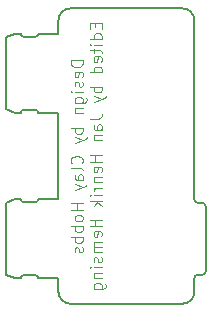
<source format=gbo>
G04 #@! TF.GenerationSoftware,KiCad,Pcbnew,5.0.1*
G04 #@! TF.CreationDate,2018-12-03T20:07:42+01:00*
G04 #@! TF.ProjectId,pd-buddy-wye,70642D62756464792D7779652E6B6963,v1.2*
G04 #@! TF.SameCoordinates,Original*
G04 #@! TF.FileFunction,Legend,Bot*
G04 #@! TF.FilePolarity,Positive*
%FSLAX46Y46*%
G04 Gerber Fmt 4.6, Leading zero omitted, Abs format (unit mm)*
G04 Created by KiCad (PCBNEW 5.0.1) date Mo 03 Dez 2018 20:07:42 CET*
%MOMM*%
%LPD*%
G01*
G04 APERTURE LIST*
%ADD10C,0.100000*%
%ADD11C,0.150000*%
G04 APERTURE END LIST*
D10*
X21452380Y-18954761D02*
X20452380Y-18954761D01*
X20452380Y-19192857D01*
X20500000Y-19335714D01*
X20595238Y-19430952D01*
X20690476Y-19478571D01*
X20880952Y-19526190D01*
X21023809Y-19526190D01*
X21214285Y-19478571D01*
X21309523Y-19430952D01*
X21404761Y-19335714D01*
X21452380Y-19192857D01*
X21452380Y-18954761D01*
X21404761Y-20335714D02*
X21452380Y-20240476D01*
X21452380Y-20050000D01*
X21404761Y-19954761D01*
X21309523Y-19907142D01*
X20928571Y-19907142D01*
X20833333Y-19954761D01*
X20785714Y-20050000D01*
X20785714Y-20240476D01*
X20833333Y-20335714D01*
X20928571Y-20383333D01*
X21023809Y-20383333D01*
X21119047Y-19907142D01*
X21404761Y-20764285D02*
X21452380Y-20859523D01*
X21452380Y-21050000D01*
X21404761Y-21145238D01*
X21309523Y-21192857D01*
X21261904Y-21192857D01*
X21166666Y-21145238D01*
X21119047Y-21050000D01*
X21119047Y-20907142D01*
X21071428Y-20811904D01*
X20976190Y-20764285D01*
X20928571Y-20764285D01*
X20833333Y-20811904D01*
X20785714Y-20907142D01*
X20785714Y-21050000D01*
X20833333Y-21145238D01*
X21452380Y-21621428D02*
X20785714Y-21621428D01*
X20452380Y-21621428D02*
X20500000Y-21573809D01*
X20547619Y-21621428D01*
X20500000Y-21669047D01*
X20452380Y-21621428D01*
X20547619Y-21621428D01*
X20785714Y-22526190D02*
X21595238Y-22526190D01*
X21690476Y-22478571D01*
X21738095Y-22430952D01*
X21785714Y-22335714D01*
X21785714Y-22192857D01*
X21738095Y-22097619D01*
X21404761Y-22526190D02*
X21452380Y-22430952D01*
X21452380Y-22240476D01*
X21404761Y-22145238D01*
X21357142Y-22097619D01*
X21261904Y-22050000D01*
X20976190Y-22050000D01*
X20880952Y-22097619D01*
X20833333Y-22145238D01*
X20785714Y-22240476D01*
X20785714Y-22430952D01*
X20833333Y-22526190D01*
X20785714Y-23002380D02*
X21452380Y-23002380D01*
X20880952Y-23002380D02*
X20833333Y-23050000D01*
X20785714Y-23145238D01*
X20785714Y-23288095D01*
X20833333Y-23383333D01*
X20928571Y-23430952D01*
X21452380Y-23430952D01*
X21452380Y-24669047D02*
X20452380Y-24669047D01*
X20833333Y-24669047D02*
X20785714Y-24764285D01*
X20785714Y-24954761D01*
X20833333Y-25050000D01*
X20880952Y-25097619D01*
X20976190Y-25145238D01*
X21261904Y-25145238D01*
X21357142Y-25097619D01*
X21404761Y-25050000D01*
X21452380Y-24954761D01*
X21452380Y-24764285D01*
X21404761Y-24669047D01*
X20785714Y-25478571D02*
X21452380Y-25716666D01*
X20785714Y-25954761D02*
X21452380Y-25716666D01*
X21690476Y-25621428D01*
X21738095Y-25573809D01*
X21785714Y-25478571D01*
X21357142Y-27669047D02*
X21404761Y-27621428D01*
X21452380Y-27478571D01*
X21452380Y-27383333D01*
X21404761Y-27240476D01*
X21309523Y-27145238D01*
X21214285Y-27097619D01*
X21023809Y-27049999D01*
X20880952Y-27049999D01*
X20690476Y-27097619D01*
X20595238Y-27145238D01*
X20500000Y-27240476D01*
X20452380Y-27383333D01*
X20452380Y-27478571D01*
X20500000Y-27621428D01*
X20547619Y-27669047D01*
X21452380Y-28240476D02*
X21404761Y-28145238D01*
X21309523Y-28097619D01*
X20452380Y-28097619D01*
X21452380Y-29049999D02*
X20928571Y-29049999D01*
X20833333Y-29002380D01*
X20785714Y-28907142D01*
X20785714Y-28716666D01*
X20833333Y-28621428D01*
X21404761Y-29049999D02*
X21452380Y-28954761D01*
X21452380Y-28716666D01*
X21404761Y-28621428D01*
X21309523Y-28573809D01*
X21214285Y-28573809D01*
X21119047Y-28621428D01*
X21071428Y-28716666D01*
X21071428Y-28954761D01*
X21023809Y-29049999D01*
X20785714Y-29430952D02*
X21452380Y-29669047D01*
X20785714Y-29907142D02*
X21452380Y-29669047D01*
X21690476Y-29573809D01*
X21738095Y-29526190D01*
X21785714Y-29430952D01*
X21452380Y-31049999D02*
X20452380Y-31049999D01*
X20928571Y-31049999D02*
X20928571Y-31621428D01*
X21452380Y-31621428D02*
X20452380Y-31621428D01*
X21452380Y-32240476D02*
X21404761Y-32145238D01*
X21357142Y-32097619D01*
X21261904Y-32049999D01*
X20976190Y-32049999D01*
X20880952Y-32097619D01*
X20833333Y-32145238D01*
X20785714Y-32240476D01*
X20785714Y-32383333D01*
X20833333Y-32478571D01*
X20880952Y-32526190D01*
X20976190Y-32573809D01*
X21261904Y-32573809D01*
X21357142Y-32526190D01*
X21404761Y-32478571D01*
X21452380Y-32383333D01*
X21452380Y-32240476D01*
X21452380Y-33002380D02*
X20452380Y-33002380D01*
X20833333Y-33002380D02*
X20785714Y-33097619D01*
X20785714Y-33288095D01*
X20833333Y-33383333D01*
X20880952Y-33430952D01*
X20976190Y-33478571D01*
X21261904Y-33478571D01*
X21357142Y-33430952D01*
X21404761Y-33383333D01*
X21452380Y-33288095D01*
X21452380Y-33097619D01*
X21404761Y-33002380D01*
X21452380Y-33907142D02*
X20452380Y-33907142D01*
X20833333Y-33907142D02*
X20785714Y-34002380D01*
X20785714Y-34192857D01*
X20833333Y-34288095D01*
X20880952Y-34335714D01*
X20976190Y-34383333D01*
X21261904Y-34383333D01*
X21357142Y-34335714D01*
X21404761Y-34288095D01*
X21452380Y-34192857D01*
X21452380Y-34002380D01*
X21404761Y-33907142D01*
X21404761Y-34764285D02*
X21452380Y-34859523D01*
X21452380Y-35050000D01*
X21404761Y-35145238D01*
X21309523Y-35192857D01*
X21261904Y-35192857D01*
X21166666Y-35145238D01*
X21119047Y-35050000D01*
X21119047Y-34907142D01*
X21071428Y-34811904D01*
X20976190Y-34764285D01*
X20928571Y-34764285D01*
X20833333Y-34811904D01*
X20785714Y-34907142D01*
X20785714Y-35050000D01*
X20833333Y-35145238D01*
X22528571Y-15811904D02*
X22528571Y-16145238D01*
X23052380Y-16288095D02*
X23052380Y-15811904D01*
X22052380Y-15811904D01*
X22052380Y-16288095D01*
X23052380Y-17145238D02*
X22052380Y-17145238D01*
X23004761Y-17145238D02*
X23052380Y-17050000D01*
X23052380Y-16859523D01*
X23004761Y-16764285D01*
X22957142Y-16716666D01*
X22861904Y-16669047D01*
X22576190Y-16669047D01*
X22480952Y-16716666D01*
X22433333Y-16764285D01*
X22385714Y-16859523D01*
X22385714Y-17050000D01*
X22433333Y-17145238D01*
X23052380Y-17621428D02*
X22385714Y-17621428D01*
X22052380Y-17621428D02*
X22100000Y-17573809D01*
X22147619Y-17621428D01*
X22100000Y-17669047D01*
X22052380Y-17621428D01*
X22147619Y-17621428D01*
X22385714Y-17954761D02*
X22385714Y-18335714D01*
X22052380Y-18097619D02*
X22909523Y-18097619D01*
X23004761Y-18145238D01*
X23052380Y-18240476D01*
X23052380Y-18335714D01*
X23004761Y-19050000D02*
X23052380Y-18954761D01*
X23052380Y-18764285D01*
X23004761Y-18669047D01*
X22909523Y-18621428D01*
X22528571Y-18621428D01*
X22433333Y-18669047D01*
X22385714Y-18764285D01*
X22385714Y-18954761D01*
X22433333Y-19050000D01*
X22528571Y-19097619D01*
X22623809Y-19097619D01*
X22719047Y-18621428D01*
X23052380Y-19954761D02*
X22052380Y-19954761D01*
X23004761Y-19954761D02*
X23052380Y-19859523D01*
X23052380Y-19669047D01*
X23004761Y-19573809D01*
X22957142Y-19526190D01*
X22861904Y-19478571D01*
X22576190Y-19478571D01*
X22480952Y-19526190D01*
X22433333Y-19573809D01*
X22385714Y-19669047D01*
X22385714Y-19859523D01*
X22433333Y-19954761D01*
X23052380Y-21192857D02*
X22052380Y-21192857D01*
X22433333Y-21192857D02*
X22385714Y-21288095D01*
X22385714Y-21478571D01*
X22433333Y-21573809D01*
X22480952Y-21621428D01*
X22576190Y-21669047D01*
X22861904Y-21669047D01*
X22957142Y-21621428D01*
X23004761Y-21573809D01*
X23052380Y-21478571D01*
X23052380Y-21288095D01*
X23004761Y-21192857D01*
X22385714Y-22002380D02*
X23052380Y-22240476D01*
X22385714Y-22478571D02*
X23052380Y-22240476D01*
X23290476Y-22145238D01*
X23338095Y-22097619D01*
X23385714Y-22002380D01*
X22052380Y-23907142D02*
X22766666Y-23907142D01*
X22909523Y-23859523D01*
X23004761Y-23764285D01*
X23052380Y-23621428D01*
X23052380Y-23526190D01*
X23052380Y-24811904D02*
X22528571Y-24811904D01*
X22433333Y-24764285D01*
X22385714Y-24669047D01*
X22385714Y-24478571D01*
X22433333Y-24383333D01*
X23004761Y-24811904D02*
X23052380Y-24716666D01*
X23052380Y-24478571D01*
X23004761Y-24383333D01*
X22909523Y-24335714D01*
X22814285Y-24335714D01*
X22719047Y-24383333D01*
X22671428Y-24478571D01*
X22671428Y-24716666D01*
X22623809Y-24811904D01*
X22385714Y-25288095D02*
X23052380Y-25288095D01*
X22480952Y-25288095D02*
X22433333Y-25335714D01*
X22385714Y-25430952D01*
X22385714Y-25573809D01*
X22433333Y-25669047D01*
X22528571Y-25716666D01*
X23052380Y-25716666D01*
X23052380Y-26954761D02*
X22052380Y-26954761D01*
X22528571Y-26954761D02*
X22528571Y-27526190D01*
X23052380Y-27526190D02*
X22052380Y-27526190D01*
X23004761Y-28383333D02*
X23052380Y-28288095D01*
X23052380Y-28097619D01*
X23004761Y-28002380D01*
X22909523Y-27954761D01*
X22528571Y-27954761D01*
X22433333Y-28002380D01*
X22385714Y-28097619D01*
X22385714Y-28288095D01*
X22433333Y-28383333D01*
X22528571Y-28430952D01*
X22623809Y-28430952D01*
X22719047Y-27954761D01*
X22385714Y-28859523D02*
X23052380Y-28859523D01*
X22480952Y-28859523D02*
X22433333Y-28907142D01*
X22385714Y-29002380D01*
X22385714Y-29145238D01*
X22433333Y-29240476D01*
X22528571Y-29288095D01*
X23052380Y-29288095D01*
X23052380Y-29764285D02*
X22385714Y-29764285D01*
X22576190Y-29764285D02*
X22480952Y-29811904D01*
X22433333Y-29859523D01*
X22385714Y-29954761D01*
X22385714Y-30049999D01*
X23052380Y-30383333D02*
X22385714Y-30383333D01*
X22052380Y-30383333D02*
X22100000Y-30335714D01*
X22147619Y-30383333D01*
X22100000Y-30430952D01*
X22052380Y-30383333D01*
X22147619Y-30383333D01*
X23052380Y-30859523D02*
X22052380Y-30859523D01*
X22671428Y-30954761D02*
X23052380Y-31240476D01*
X22385714Y-31240476D02*
X22766666Y-30859523D01*
X23052380Y-32430952D02*
X22052380Y-32430952D01*
X22528571Y-32430952D02*
X22528571Y-33002380D01*
X23052380Y-33002380D02*
X22052380Y-33002380D01*
X23004761Y-33859523D02*
X23052380Y-33764285D01*
X23052380Y-33573809D01*
X23004761Y-33478571D01*
X22909523Y-33430952D01*
X22528571Y-33430952D01*
X22433333Y-33478571D01*
X22385714Y-33573809D01*
X22385714Y-33764285D01*
X22433333Y-33859523D01*
X22528571Y-33907142D01*
X22623809Y-33907142D01*
X22719047Y-33430952D01*
X23052380Y-34335714D02*
X22385714Y-34335714D01*
X22480952Y-34335714D02*
X22433333Y-34383333D01*
X22385714Y-34478571D01*
X22385714Y-34621428D01*
X22433333Y-34716666D01*
X22528571Y-34764285D01*
X23052380Y-34764285D01*
X22528571Y-34764285D02*
X22433333Y-34811904D01*
X22385714Y-34907142D01*
X22385714Y-35049999D01*
X22433333Y-35145238D01*
X22528571Y-35192857D01*
X23052380Y-35192857D01*
X23004761Y-35621428D02*
X23052380Y-35716666D01*
X23052380Y-35907142D01*
X23004761Y-36002380D01*
X22909523Y-36049999D01*
X22861904Y-36049999D01*
X22766666Y-36002380D01*
X22719047Y-35907142D01*
X22719047Y-35764285D01*
X22671428Y-35669047D01*
X22576190Y-35621428D01*
X22528571Y-35621428D01*
X22433333Y-35669047D01*
X22385714Y-35764285D01*
X22385714Y-35907142D01*
X22433333Y-36002380D01*
X23052380Y-36478571D02*
X22385714Y-36478571D01*
X22052380Y-36478571D02*
X22100000Y-36430952D01*
X22147619Y-36478571D01*
X22100000Y-36526190D01*
X22052380Y-36478571D01*
X22147619Y-36478571D01*
X22385714Y-36954761D02*
X23052380Y-36954761D01*
X22480952Y-36954761D02*
X22433333Y-37002380D01*
X22385714Y-37097619D01*
X22385714Y-37240476D01*
X22433333Y-37335714D01*
X22528571Y-37383333D01*
X23052380Y-37383333D01*
X22385714Y-38288095D02*
X23195238Y-38288095D01*
X23290476Y-38240476D01*
X23338095Y-38192857D01*
X23385714Y-38097619D01*
X23385714Y-37954761D01*
X23338095Y-37859523D01*
X23004761Y-38288095D02*
X23052380Y-38192857D01*
X23052380Y-38002380D01*
X23004761Y-37907142D01*
X22957142Y-37859523D01*
X22861904Y-37811904D01*
X22576190Y-37811904D01*
X22480952Y-37859523D01*
X22433333Y-37907142D01*
X22385714Y-38002380D01*
X22385714Y-38192857D01*
X22433333Y-38288095D01*
D11*
X30900000Y-22550000D02*
X30900000Y-15500000D01*
X30900000Y-38550000D02*
X30900000Y-37400000D01*
X17700000Y-30700000D02*
G75*
G02X17450000Y-30950000I-250000J0D01*
G01*
X16450000Y-30950000D02*
G75*
G02X16200000Y-30700000I0J250000D01*
G01*
X16200000Y-37400000D02*
G75*
G02X16450000Y-37150000I250000J0D01*
G01*
X17450000Y-37150000D02*
G75*
G02X17700000Y-37400000I0J-250000D01*
G01*
X17450000Y-23150000D02*
G75*
G02X17700000Y-23400000I0J-250000D01*
G01*
X16200000Y-23400000D02*
G75*
G02X16450000Y-23150000I250000J0D01*
G01*
X16450000Y-16950000D02*
G75*
G02X16200000Y-16700000I0J250000D01*
G01*
X17700000Y-16700000D02*
G75*
G02X17450000Y-16950000I-250000J0D01*
G01*
X19400000Y-37400000D02*
X19400000Y-38550000D01*
X17700000Y-37400000D02*
X19400000Y-37400000D01*
X16450000Y-37150000D02*
X17450000Y-37150000D01*
X15700000Y-37400000D02*
X16200000Y-37400000D01*
X14950000Y-37100000D02*
X15700000Y-37400000D01*
X14950000Y-31000000D02*
X14950000Y-37100000D01*
X15700000Y-30700000D02*
X14950000Y-31000000D01*
X16200000Y-30700000D02*
X15700000Y-30700000D01*
X17450000Y-30950000D02*
X16450000Y-30950000D01*
X19400000Y-30700000D02*
X17700000Y-30700000D01*
X19400000Y-23400000D02*
X19400000Y-30700000D01*
X17700000Y-23400000D02*
X19400000Y-23400000D01*
X16450000Y-23150000D02*
X17450000Y-23150000D01*
X15700000Y-23400000D02*
X16200000Y-23400000D01*
X14950000Y-23100000D02*
X15700000Y-23400000D01*
X14950000Y-17000000D02*
X14950000Y-23100000D01*
X15700000Y-16700000D02*
X14950000Y-17000000D01*
X16200000Y-16700000D02*
X15700000Y-16700000D01*
X17450000Y-16950000D02*
X16450000Y-16950000D01*
X19400000Y-16700000D02*
X17700000Y-16700000D01*
X19400000Y-15550000D02*
X19400000Y-16700000D01*
X31200000Y-31000000D02*
X31560000Y-31000000D01*
X30900000Y-30700000D02*
G75*
G03X31200000Y-31000000I300000J0D01*
G01*
X31860000Y-31300000D02*
X31860000Y-36800000D01*
X31860000Y-31300000D02*
G75*
G03X31560000Y-31000000I-300000J0D01*
G01*
X31560000Y-37100000D02*
X31200000Y-37100000D01*
X31560000Y-37100000D02*
G75*
G03X31860000Y-36800000I0J300000D01*
G01*
X31200000Y-37100000D02*
G75*
G03X30900000Y-37400000I0J-300000D01*
G01*
X30900000Y-15550000D02*
G75*
G03X29900000Y-14550000I-1000000J0D01*
G01*
X20400000Y-14550000D02*
G75*
G03X19400000Y-15550000I0J-1000000D01*
G01*
X19400000Y-38550000D02*
G75*
G03X20400000Y-39550000I1000000J0D01*
G01*
X29900000Y-39550000D02*
G75*
G03X30900000Y-38550000I0J1000000D01*
G01*
X20400000Y-39550000D02*
X29900000Y-39550000D01*
X29900000Y-14550000D02*
X20400000Y-14550000D01*
X30900000Y-30700000D02*
X30900000Y-22550000D01*
M02*

</source>
